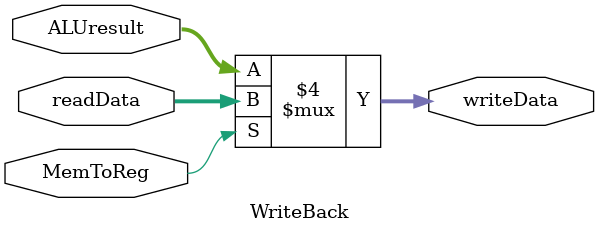
<source format=v>
`timescale 1ns / 1ps
module WriteBack(input MemToReg, input [31:0] readData, input [31:0] ALUresult, output reg [31:0] writeData);

	always @(*) begin
		if (MemToReg == 1)
			writeData = readData;
		else
			writeData = ALUresult;
	end


endmodule

</source>
